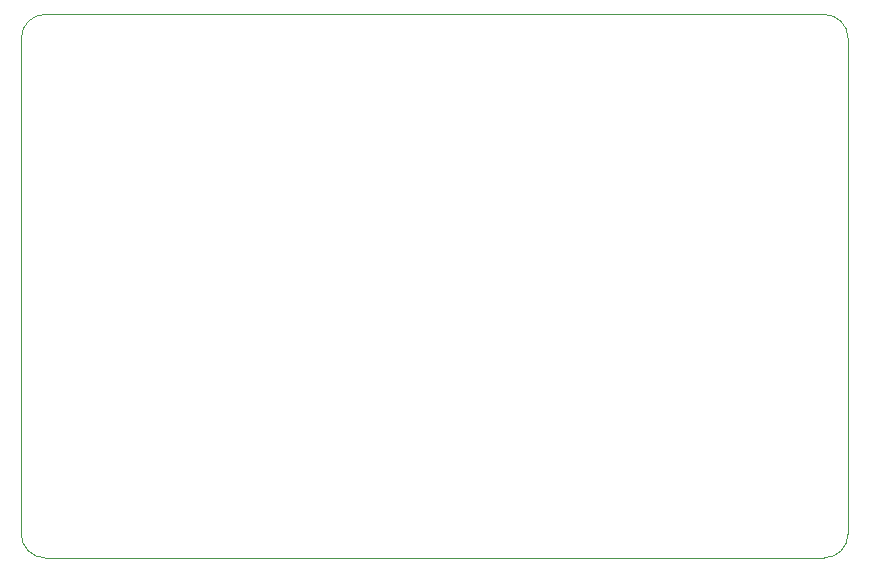
<source format=gbr>
%FSLAX34Y34*%
G04 Gerber Fmt 3.4, Leading zero omitted, Abs format*
G04 (created by PCBNEW (2014-03-19 BZR 4756)-product) date Sun 03 Aug 2014 21:22:35 BST*
%MOIN*%
G01*
G70*
G90*
G04 APERTURE LIST*
%ADD10C,0.005906*%
%ADD11C,0.003937*%
G04 APERTURE END LIST*
G54D10*
G54D11*
X94379Y-31389D02*
X68395Y-31389D01*
X68395Y-49500D02*
X94379Y-49500D01*
X95167Y-48712D02*
X95167Y-32177D01*
X94379Y-49500D02*
G75*
G03X95167Y-48712I0J787D01*
G74*
G01*
X67608Y-48712D02*
X67608Y-32177D01*
X67608Y-48712D02*
G75*
G03X68395Y-49500I787J0D01*
G74*
G01*
X95167Y-32177D02*
G75*
G03X94379Y-31389I-787J0D01*
G74*
G01*
X68395Y-31389D02*
G75*
G03X67608Y-32177I0J-787D01*
G74*
G01*
M02*

</source>
